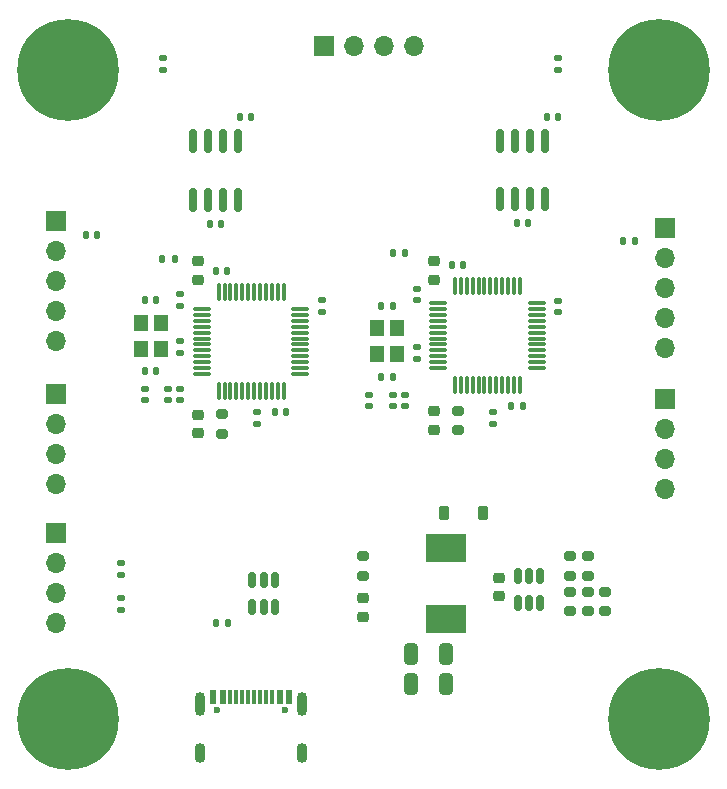
<source format=gbr>
%TF.GenerationSoftware,KiCad,Pcbnew,8.0.6*%
%TF.CreationDate,2024-12-12T23:36:56-08:00*%
%TF.ProjectId,KiCAD_MCPtest,4b694341-445f-44d4-9350-746573742e6b,rev?*%
%TF.SameCoordinates,Original*%
%TF.FileFunction,Soldermask,Top*%
%TF.FilePolarity,Negative*%
%FSLAX46Y46*%
G04 Gerber Fmt 4.6, Leading zero omitted, Abs format (unit mm)*
G04 Created by KiCad (PCBNEW 8.0.6) date 2024-12-12 23:36:56*
%MOMM*%
%LPD*%
G01*
G04 APERTURE LIST*
G04 Aperture macros list*
%AMRoundRect*
0 Rectangle with rounded corners*
0 $1 Rounding radius*
0 $2 $3 $4 $5 $6 $7 $8 $9 X,Y pos of 4 corners*
0 Add a 4 corners polygon primitive as box body*
4,1,4,$2,$3,$4,$5,$6,$7,$8,$9,$2,$3,0*
0 Add four circle primitives for the rounded corners*
1,1,$1+$1,$2,$3*
1,1,$1+$1,$4,$5*
1,1,$1+$1,$6,$7*
1,1,$1+$1,$8,$9*
0 Add four rect primitives between the rounded corners*
20,1,$1+$1,$2,$3,$4,$5,0*
20,1,$1+$1,$4,$5,$6,$7,0*
20,1,$1+$1,$6,$7,$8,$9,0*
20,1,$1+$1,$8,$9,$2,$3,0*%
G04 Aperture macros list end*
%ADD10C,0.900000*%
%ADD11C,8.600000*%
%ADD12RoundRect,0.150000X0.150000X-0.512500X0.150000X0.512500X-0.150000X0.512500X-0.150000X-0.512500X0*%
%ADD13RoundRect,0.140000X0.140000X0.170000X-0.140000X0.170000X-0.140000X-0.170000X0.140000X-0.170000X0*%
%ADD14RoundRect,0.140000X-0.140000X-0.170000X0.140000X-0.170000X0.140000X0.170000X-0.140000X0.170000X0*%
%ADD15RoundRect,0.135000X0.185000X-0.135000X0.185000X0.135000X-0.185000X0.135000X-0.185000X-0.135000X0*%
%ADD16RoundRect,0.225000X0.250000X-0.225000X0.250000X0.225000X-0.250000X0.225000X-0.250000X-0.225000X0*%
%ADD17RoundRect,0.225000X-0.250000X0.225000X-0.250000X-0.225000X0.250000X-0.225000X0.250000X0.225000X0*%
%ADD18R,1.200000X1.400000*%
%ADD19RoundRect,0.135000X-0.185000X0.135000X-0.185000X-0.135000X0.185000X-0.135000X0.185000X0.135000X0*%
%ADD20RoundRect,0.200000X-0.275000X0.200000X-0.275000X-0.200000X0.275000X-0.200000X0.275000X0.200000X0*%
%ADD21RoundRect,0.140000X-0.170000X0.140000X-0.170000X-0.140000X0.170000X-0.140000X0.170000X0.140000X0*%
%ADD22RoundRect,0.250000X-0.325000X-0.650000X0.325000X-0.650000X0.325000X0.650000X-0.325000X0.650000X0*%
%ADD23RoundRect,0.150000X0.150000X-0.825000X0.150000X0.825000X-0.150000X0.825000X-0.150000X-0.825000X0*%
%ADD24RoundRect,0.140000X0.170000X-0.140000X0.170000X0.140000X-0.170000X0.140000X-0.170000X-0.140000X0*%
%ADD25O,0.900000X1.700000*%
%ADD26O,0.900000X2.000000*%
%ADD27R,0.600000X1.160000*%
%ADD28R,0.300000X1.160000*%
%ADD29C,0.600000*%
%ADD30RoundRect,0.135000X0.135000X0.185000X-0.135000X0.185000X-0.135000X-0.185000X0.135000X-0.185000X0*%
%ADD31RoundRect,0.135000X-0.135000X-0.185000X0.135000X-0.185000X0.135000X0.185000X-0.135000X0.185000X0*%
%ADD32RoundRect,0.147500X0.172500X-0.147500X0.172500X0.147500X-0.172500X0.147500X-0.172500X-0.147500X0*%
%ADD33RoundRect,0.200000X0.275000X-0.200000X0.275000X0.200000X-0.275000X0.200000X-0.275000X-0.200000X0*%
%ADD34R,1.700000X1.700000*%
%ADD35O,1.700000X1.700000*%
%ADD36RoundRect,0.218750X0.256250X-0.218750X0.256250X0.218750X-0.256250X0.218750X-0.256250X-0.218750X0*%
%ADD37R,3.500000X2.350000*%
%ADD38RoundRect,0.225000X-0.225000X-0.375000X0.225000X-0.375000X0.225000X0.375000X-0.225000X0.375000X0*%
%ADD39RoundRect,0.218750X-0.256250X0.218750X-0.256250X-0.218750X0.256250X-0.218750X0.256250X0.218750X0*%
%ADD40RoundRect,0.075000X-0.662500X-0.075000X0.662500X-0.075000X0.662500X0.075000X-0.662500X0.075000X0*%
%ADD41RoundRect,0.075000X-0.075000X-0.662500X0.075000X-0.662500X0.075000X0.662500X-0.075000X0.662500X0*%
G04 APERTURE END LIST*
D10*
%TO.C,H4*%
X101775000Y-103000000D03*
X102719581Y-100719581D03*
X102719581Y-105280419D03*
X105000000Y-99775000D03*
D11*
X105000000Y-103000000D03*
D10*
X105000000Y-106225000D03*
X107280419Y-100719581D03*
X107280419Y-105280419D03*
X108225000Y-103000000D03*
%TD*%
%TO.C,H3*%
X151775000Y-103000000D03*
X152719581Y-100719581D03*
X152719581Y-105280419D03*
X155000000Y-99775000D03*
D11*
X155000000Y-103000000D03*
D10*
X155000000Y-106225000D03*
X157280419Y-100719581D03*
X157280419Y-105280419D03*
X158225000Y-103000000D03*
%TD*%
%TO.C,H2*%
X158225000Y-48000000D03*
X157280419Y-50280419D03*
X157280419Y-45719581D03*
X155000000Y-51225000D03*
D11*
X155000000Y-48000000D03*
D10*
X155000000Y-44775000D03*
X152719581Y-50280419D03*
X152719581Y-45719581D03*
X151775000Y-48000000D03*
%TD*%
%TO.C,H1*%
X101775000Y-48000000D03*
X102719581Y-45719581D03*
X102719581Y-50280419D03*
X105000000Y-44775000D03*
D11*
X105000000Y-48000000D03*
D10*
X105000000Y-51225000D03*
X107280419Y-45719581D03*
X107280419Y-50280419D03*
X108225000Y-48000000D03*
%TD*%
D12*
%TO.C,U6*%
X120600000Y-93500000D03*
X121550000Y-93500000D03*
X122500000Y-93500000D03*
X122500000Y-91225000D03*
X121550000Y-91225000D03*
X120600000Y-91225000D03*
%TD*%
D13*
%TO.C,C27*%
X143980000Y-61000000D03*
X143020000Y-61000000D03*
%TD*%
%TO.C,C26*%
X146480000Y-52000000D03*
X145520000Y-52000000D03*
%TD*%
D14*
%TO.C,C25*%
X117020000Y-61025000D03*
X117980000Y-61025000D03*
%TD*%
%TO.C,C24*%
X119520000Y-52025000D03*
X120480000Y-52025000D03*
%TD*%
D15*
%TO.C,R16*%
X141000000Y-78000000D03*
X141000000Y-76980000D03*
%TD*%
D16*
%TO.C,C14*%
X136000000Y-65775000D03*
X136000000Y-64225000D03*
%TD*%
D17*
%TO.C,C13*%
X141500000Y-92550000D03*
X141500000Y-91000000D03*
%TD*%
D18*
%TO.C,Y1*%
X112850000Y-69400000D03*
X112850000Y-71600000D03*
X111150000Y-71600000D03*
X111150000Y-69400000D03*
%TD*%
D19*
%TO.C,R11*%
X146500000Y-46980000D03*
X146500000Y-48000000D03*
%TD*%
D18*
%TO.C,Y2*%
X131150000Y-69900000D03*
X131150000Y-72100000D03*
X132850000Y-72100000D03*
X132850000Y-69900000D03*
%TD*%
D14*
%TO.C,C19*%
X106520000Y-62000000D03*
X107480000Y-62000000D03*
%TD*%
D13*
%TO.C,C17*%
X143480000Y-76500000D03*
X142520000Y-76500000D03*
%TD*%
%TO.C,C23*%
X132480000Y-74000000D03*
X131520000Y-74000000D03*
%TD*%
D20*
%TO.C,R14*%
X150500000Y-93825000D03*
X150500000Y-92175000D03*
%TD*%
D21*
%TO.C,C20*%
X132500000Y-75540000D03*
X132500000Y-76500000D03*
%TD*%
D14*
%TO.C,C8*%
X111520000Y-67500000D03*
X112480000Y-67500000D03*
%TD*%
D22*
%TO.C,C12*%
X137000000Y-100000000D03*
X134050000Y-100000000D03*
%TD*%
D23*
%TO.C,U4*%
X141595000Y-54025000D03*
X142865000Y-54025000D03*
X144135000Y-54025000D03*
X145405000Y-54025000D03*
X145405000Y-58975000D03*
X144135000Y-58975000D03*
X142865000Y-58975000D03*
X141595000Y-58975000D03*
%TD*%
D24*
%TO.C,C2*%
X114500000Y-67980000D03*
X114500000Y-67020000D03*
%TD*%
D19*
%TO.C,R19*%
X134500000Y-71490000D03*
X134500000Y-72510000D03*
%TD*%
%TO.C,R8*%
X109500000Y-92750000D03*
X109500000Y-93770000D03*
%TD*%
D16*
%TO.C,C1*%
X116000000Y-65775000D03*
X116000000Y-64225000D03*
%TD*%
D19*
%TO.C,R1*%
X121000000Y-76990000D03*
X121000000Y-78010000D03*
%TD*%
D25*
%TO.C,P1*%
X124820000Y-105865000D03*
D26*
X124820000Y-101695000D03*
D25*
X116180000Y-105865000D03*
D26*
X116180000Y-101695000D03*
D27*
X117300000Y-101115000D03*
X118100000Y-101115000D03*
D28*
X118750000Y-101115000D03*
X119750000Y-101115000D03*
X121250000Y-101115000D03*
X122250000Y-101115000D03*
D27*
X122900000Y-101115000D03*
X123700000Y-101115000D03*
X123700000Y-101115000D03*
X122900000Y-101115000D03*
D28*
X121750000Y-101115000D03*
X120750000Y-101115000D03*
X120250000Y-101115000D03*
X119250000Y-101115000D03*
D27*
X118100000Y-101115000D03*
X117300000Y-101115000D03*
D29*
X123390000Y-102175000D03*
X117610000Y-102175000D03*
%TD*%
D30*
%TO.C,R10*%
X118560000Y-94862500D03*
X117540000Y-94862500D03*
%TD*%
D31*
%TO.C,R2*%
X112990000Y-64000000D03*
X114010000Y-64000000D03*
%TD*%
D32*
%TO.C,L3*%
X130500000Y-76500000D03*
X130500000Y-75530000D03*
%TD*%
D19*
%TO.C,R4*%
X109500000Y-90770000D03*
X109500000Y-89750000D03*
%TD*%
D33*
%TO.C,R13*%
X149000000Y-92175000D03*
X149000000Y-93825000D03*
%TD*%
D34*
%TO.C,J1*%
X126700000Y-46000000D03*
D35*
X129240000Y-46000000D03*
X131780000Y-46000000D03*
X134320000Y-46000000D03*
%TD*%
D31*
%TO.C,R17*%
X132490000Y-63500000D03*
X133510000Y-63500000D03*
%TD*%
D34*
%TO.C,J3*%
X104000000Y-60840000D03*
D35*
X104000000Y-63380000D03*
X104000000Y-65920000D03*
X104000000Y-68460000D03*
X104000000Y-71000000D03*
%TD*%
D20*
%TO.C,R12*%
X147500000Y-93825000D03*
X147500000Y-92175000D03*
%TD*%
D36*
%TO.C,D1*%
X116000000Y-78787500D03*
X116000000Y-77212500D03*
%TD*%
D32*
%TO.C,L1*%
X111500000Y-75985000D03*
X111500000Y-75015000D03*
%TD*%
D24*
%TO.C,C18*%
X134500000Y-67480000D03*
X134500000Y-66520000D03*
%TD*%
D20*
%TO.C,R18*%
X138000000Y-76850000D03*
X138000000Y-78500000D03*
%TD*%
D37*
%TO.C,L2*%
X137000000Y-94525000D03*
X137000000Y-88475000D03*
%TD*%
D14*
%TO.C,C15*%
X137500000Y-64500000D03*
X138460000Y-64500000D03*
%TD*%
D19*
%TO.C,R9*%
X114500000Y-70990000D03*
X114500000Y-72010000D03*
%TD*%
D21*
%TO.C,C9*%
X114500000Y-75020000D03*
X114500000Y-75980000D03*
%TD*%
D38*
%TO.C,D2*%
X140150000Y-85500000D03*
X136850000Y-85500000D03*
%TD*%
D20*
%TO.C,R7*%
X118000000Y-77175000D03*
X118000000Y-78825000D03*
%TD*%
D39*
%TO.C,D3*%
X130000000Y-94287500D03*
X130000000Y-92712500D03*
%TD*%
D13*
%TO.C,C6*%
X152960000Y-62500000D03*
X152000000Y-62500000D03*
%TD*%
D12*
%TO.C,U3*%
X143050000Y-90862500D03*
X144000000Y-90862500D03*
X144950000Y-90862500D03*
X144950000Y-93137500D03*
X144000000Y-93137500D03*
X143050000Y-93137500D03*
%TD*%
D35*
%TO.C,J5*%
X155500000Y-71580000D03*
X155500000Y-69040000D03*
X155500000Y-66500000D03*
X155500000Y-63960000D03*
D34*
X155500000Y-61420000D03*
%TD*%
%TO.C,J6*%
X155500000Y-75880000D03*
D35*
X155500000Y-78420000D03*
X155500000Y-80960000D03*
X155500000Y-83500000D03*
%TD*%
D33*
%TO.C,R6*%
X149000000Y-89175000D03*
X149000000Y-90825000D03*
%TD*%
D20*
%TO.C,R15*%
X130000000Y-90825000D03*
X130000000Y-89175000D03*
%TD*%
D14*
%TO.C,C3*%
X117520000Y-65000000D03*
X118480000Y-65000000D03*
%TD*%
D34*
%TO.C,J4*%
X104000000Y-75460000D03*
D35*
X104000000Y-78000000D03*
X104000000Y-80540000D03*
X104000000Y-83080000D03*
%TD*%
D40*
%TO.C,U5*%
X136337500Y-67750000D03*
X136337500Y-68250000D03*
X136337500Y-68750000D03*
X136337500Y-69250000D03*
X136337500Y-69750000D03*
X136337500Y-70250000D03*
X136337500Y-70750000D03*
X136337500Y-71250000D03*
X136337500Y-71750000D03*
X136337500Y-72250000D03*
X136337500Y-72750000D03*
X136337500Y-73250000D03*
D41*
X137750000Y-74662500D03*
X138250000Y-74662500D03*
X138750000Y-74662500D03*
X139250000Y-74662500D03*
X139750000Y-74662500D03*
X140250000Y-74662500D03*
X140750000Y-74662500D03*
X141250000Y-74662500D03*
X141750000Y-74662500D03*
X142250000Y-74662500D03*
X142750000Y-74662500D03*
X143250000Y-74662500D03*
D40*
X144662500Y-73250000D03*
X144662500Y-72750000D03*
X144662500Y-72250000D03*
X144662500Y-71750000D03*
X144662500Y-71250000D03*
X144662500Y-70750000D03*
X144662500Y-70250000D03*
X144662500Y-69750000D03*
X144662500Y-69250000D03*
X144662500Y-68750000D03*
X144662500Y-68250000D03*
X144662500Y-67750000D03*
D41*
X143250000Y-66337500D03*
X142750000Y-66337500D03*
X142250000Y-66337500D03*
X141750000Y-66337500D03*
X141250000Y-66337500D03*
X140750000Y-66337500D03*
X140250000Y-66337500D03*
X139750000Y-66337500D03*
X139250000Y-66337500D03*
X138750000Y-66337500D03*
X138250000Y-66337500D03*
X137750000Y-66337500D03*
%TD*%
D20*
%TO.C,R5*%
X147500000Y-90825000D03*
X147500000Y-89175000D03*
%TD*%
D23*
%TO.C,U2*%
X115595000Y-59000000D03*
X116865000Y-59000000D03*
X118135000Y-59000000D03*
X119405000Y-59000000D03*
X119405000Y-54050000D03*
X118135000Y-54050000D03*
X116865000Y-54050000D03*
X115595000Y-54050000D03*
%TD*%
D22*
%TO.C,C11*%
X136975000Y-97500000D03*
X134025000Y-97500000D03*
%TD*%
D14*
%TO.C,C21*%
X131520000Y-68000000D03*
X132480000Y-68000000D03*
%TD*%
D34*
%TO.C,J2*%
X104000000Y-87200000D03*
D35*
X104000000Y-89740000D03*
X104000000Y-92280000D03*
X104000000Y-94820000D03*
%TD*%
D21*
%TO.C,C7*%
X113500000Y-75020000D03*
X113500000Y-75980000D03*
%TD*%
D40*
%TO.C,U1*%
X116337500Y-68250000D03*
X116337500Y-68750000D03*
X116337500Y-69250000D03*
X116337500Y-69750000D03*
X116337500Y-70250000D03*
X116337500Y-70750000D03*
X116337500Y-71250000D03*
X116337500Y-71750000D03*
X116337500Y-72250000D03*
X116337500Y-72750000D03*
X116337500Y-73250000D03*
X116337500Y-73750000D03*
D41*
X117750000Y-75162500D03*
X118250000Y-75162500D03*
X118750000Y-75162500D03*
X119250000Y-75162500D03*
X119750000Y-75162500D03*
X120250000Y-75162500D03*
X120750000Y-75162500D03*
X121250000Y-75162500D03*
X121750000Y-75162500D03*
X122250000Y-75162500D03*
X122750000Y-75162500D03*
X123250000Y-75162500D03*
D40*
X124662500Y-73750000D03*
X124662500Y-73250000D03*
X124662500Y-72750000D03*
X124662500Y-72250000D03*
X124662500Y-71750000D03*
X124662500Y-71250000D03*
X124662500Y-70750000D03*
X124662500Y-70250000D03*
X124662500Y-69750000D03*
X124662500Y-69250000D03*
X124662500Y-68750000D03*
X124662500Y-68250000D03*
D41*
X123250000Y-66837500D03*
X122750000Y-66837500D03*
X122250000Y-66837500D03*
X121750000Y-66837500D03*
X121250000Y-66837500D03*
X120750000Y-66837500D03*
X120250000Y-66837500D03*
X119750000Y-66837500D03*
X119250000Y-66837500D03*
X118750000Y-66837500D03*
X118250000Y-66837500D03*
X117750000Y-66837500D03*
%TD*%
D21*
%TO.C,C22*%
X133500000Y-75520000D03*
X133500000Y-76480000D03*
%TD*%
%TO.C,C4*%
X126500000Y-67520000D03*
X126500000Y-68480000D03*
%TD*%
D13*
%TO.C,C5*%
X123480000Y-77000000D03*
X122520000Y-77000000D03*
%TD*%
D36*
%TO.C,D4*%
X136000000Y-78462500D03*
X136000000Y-76887500D03*
%TD*%
D19*
%TO.C,R3*%
X113000000Y-46990000D03*
X113000000Y-48010000D03*
%TD*%
D13*
%TO.C,C10*%
X112480000Y-73500000D03*
X111520000Y-73500000D03*
%TD*%
D21*
%TO.C,C16*%
X146500000Y-67540000D03*
X146500000Y-68500000D03*
%TD*%
M02*

</source>
